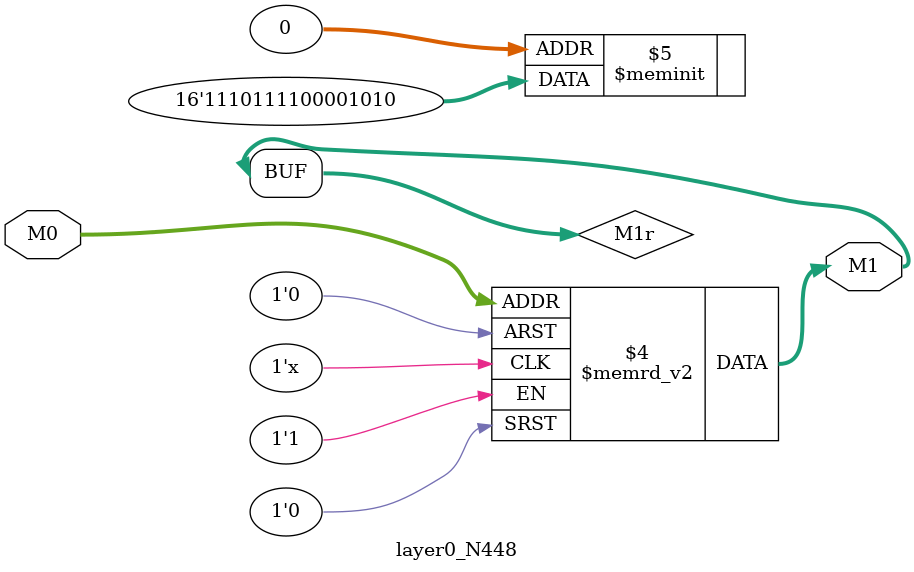
<source format=v>
module layer0_N448 ( input [2:0] M0, output [1:0] M1 );

	(*rom_style = "distributed" *) reg [1:0] M1r;
	assign M1 = M1r;
	always @ (M0) begin
		case (M0)
			3'b000: M1r = 2'b10;
			3'b100: M1r = 2'b11;
			3'b010: M1r = 2'b00;
			3'b110: M1r = 2'b10;
			3'b001: M1r = 2'b10;
			3'b101: M1r = 2'b11;
			3'b011: M1r = 2'b00;
			3'b111: M1r = 2'b11;

		endcase
	end
endmodule

</source>
